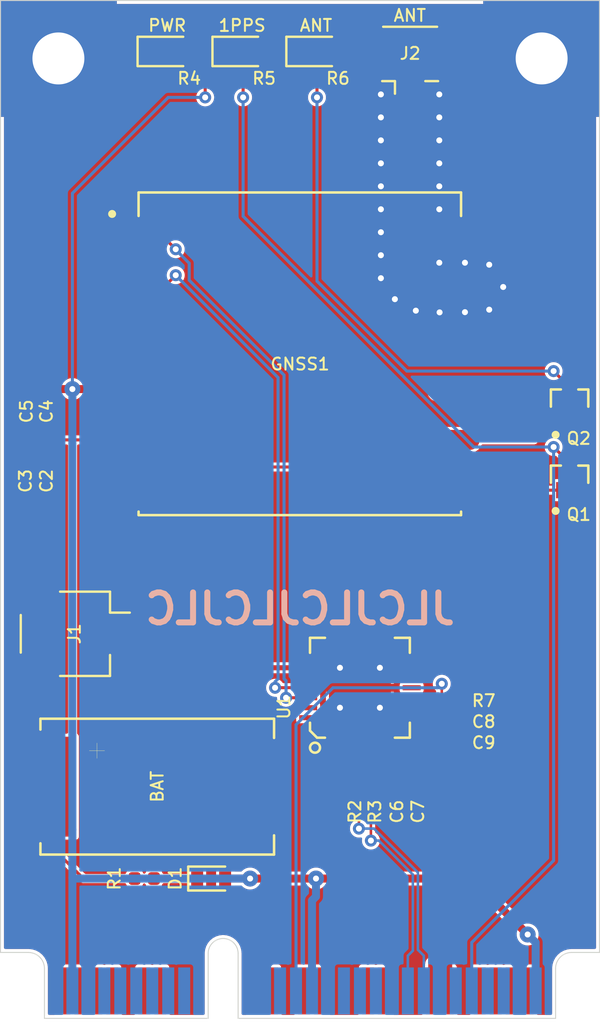
<source format=kicad_pcb>
(kicad_pcb (version 20171130) (host pcbnew "(5.1.10)-1")
  (title_block (rev 1))
  (layers (0 Front signal) (31 Back signal) (34 B.Paste user) (35 F.Paste user hide) (36 B.SilkS user) (37 F.SilkS user) (38 B.Mask user) (39 F.Mask user) (44 Edge.Cuts user))
  (net 0 "")
  (net 1 GND)
  (net 2 +3.3V)
  (net 3 "Net-(D1-Pad1)")
  (net 4 /GPS_TX)
  (net 5 /GPS_RX)
  (net 6 /1PPS)
  (net 7 /EX_ANT)
  (net 8 /AADET_N)
  (net 9 "Net-(LED1-Pad1)")
  (net 10 "Net-(LED2-Pad1)")
  (net 11 "Net-(LED3-Pad1)")
  (net 12 /USB_D-)
  (net 13 /USB_D+)
  (net 14 "Net-(Q2-Pad3)")
  (net 15 /VBAT)
  (net 16 /~RESET)
  (net 17 /~LED_WLAN)
  (net 18 /U232_D+)
  (net 19 /U232_D-)
  (module "1 My Footprints:mini-PCIe_F1_Full_v600" (layer Front) (at 133.35 130)
    (fp_text reference PC1 hide)
    (fp_text value miniPCIe)
    (fp_line (start -0.75 0) (end -0.75 -3.25) (layer Edge.Cuts) (width 0.05))
    (fp_line (start 0.75 0) (end 16.65 0) (layer Edge.Cuts) (width 0.05))
    (fp_line (start -11.15 -3.3) (end -11.15 -50.95) (layer Edge.Cuts) (width 0.05))
    (fp_line (start 18.85 -3.3) (end 18.85 -50.95) (layer Edge.Cuts) (width 0.05))
    (fp_line (start -11.15 -50.95) (end 18.85 -50.95) (layer Edge.Cuts) (width 0.05))
    (fp_line (start -0.75 0) (end -8.95 0) (layer Edge.Cuts) (width 0.05))
    (fp_line (start 17.45 -3.3) (end 18.85 -3.3) (layer Edge.Cuts) (width 0.05))
    (fp_line (start 16.65 0) (end 16.65 -2.5) (layer Edge.Cuts) (width 0.05))
    (fp_line (start -11.15 -3.3) (end -9.75 -3.3) (layer Edge.Cuts) (width 0.05))
    (fp_line (start -8.95 0) (end -8.95 -2.5) (layer Edge.Cuts) (width 0.05))
    (fp_line (start 0.75 0) (end 0.75 -3.25) (layer Edge.Cuts) (width 0.05))
    (fp_arc (start 0 -3.25) (end 0.75 -3.25) (angle -180) (layer Edge.Cuts) (width 0.05))
    (fp_arc (start -9.75 -2.5) (end -8.95 -2.5) (angle -90) (layer Edge.Cuts) (width 0.05))
    (fp_arc (start 17.45 -2.5) (end 16.65 -2.5) (angle 90) (layer Edge.Cuts) (width 0.05))
    (pad 15 smd rect (at -2.35 -1.375) (size 0.6 2.35) (layers Front F.Mask) (net 1 GND))
    (pad 19 smd rect (at 2.45 -1.375) (size 0.6 2.35) (layers Front F.Mask))
    (pad 21 smd rect (at 3.25 -1.375) (size 0.6 2.35) (layers Front F.Mask) (net 1 GND))
    (pad 23 smd rect (at 4.05 -1.375) (size 0.6 2.35) (layers Front F.Mask))
    (pad 25 smd rect (at 4.85 -1.375) (size 0.6 2.35) (layers Front F.Mask))
    (pad 27 smd rect (at 5.65 -1.375) (size 0.6 2.35) (layers Front F.Mask) (net 1 GND))
    (pad 29 smd rect (at 6.45 -1.375) (size 0.6 2.35) (layers Front F.Mask) (net 1 GND))
    (pad 31 smd rect (at 7.25 -1.375) (size 0.6 2.35) (layers Front F.Mask))
    (pad 33 smd rect (at 8.05 -1.375) (size 0.6 2.35) (layers Front F.Mask))
    (pad 35 smd rect (at 8.85 -1.375) (size 0.6 2.35) (layers Front F.Mask) (net 1 GND))
    (pad 37 smd rect (at 9.65 -1.375) (size 0.6 2.35) (layers Front F.Mask) (net 1 GND))
    (pad 39 smd rect (at 10.45 -1.375) (size 0.6 2.35) (layers Front F.Mask) (net 2 +3.3V))
    (pad 41 smd rect (at 11.25 -1.375) (size 0.6 2.35) (layers Front F.Mask) (net 2 +3.3V))
    (pad 43 smd rect (at 12.05 -1.375) (size 0.6 2.35) (layers Front F.Mask) (net 1 GND))
    (pad 45 smd rect (at 12.85 -1.375) (size 0.6 2.35) (layers Front F.Mask))
    (pad 47 smd rect (at 13.65 -1.375) (size 0.6 2.35) (layers Front F.Mask))
    (pad 49 smd rect (at 14.45 -1.375) (size 0.6 2.35) (layers Front F.Mask))
    (pad 51 smd rect (at 15.25 -1.375) (size 0.6 2.35) (layers Front F.Mask))
    (pad 13 smd rect (at -3.15 -1.375) (size 0.6 2.35) (layers Front F.Mask))
    (pad 11 smd rect (at -3.95 -1.375) (size 0.6 2.35) (layers Front F.Mask))
    (pad 9 smd rect (at -4.75 -1.375) (size 0.6 2.35) (layers Front F.Mask) (net 1 GND))
    (pad 7 smd rect (at -5.55 -1.375) (size 0.6 2.35) (layers Front F.Mask))
    (pad 5 smd rect (at -6.35 -1.375) (size 0.6 2.35) (layers Front F.Mask))
    (pad 3 smd rect (at -7.15 -1.375) (size 0.6 2.35) (layers Front F.Mask))
    (pad 1 smd rect (at -7.95 -1.375) (size 0.6 2.35) (layers Front F.Mask))
    (pad 17 smd rect (at 1.65 -1.375) (size 0.6 2.35) (layers Front F.Mask))
    (pad 18 smd rect (at 2.05 -1.375) (size 0.6 2.35) (layers Back B.Mask) (net 1 GND))
    (pad 20 smd rect (at 2.85 -1.375) (size 0.6 2.35) (layers Back B.Mask))
    (pad 22 smd rect (at 3.65 -1.375) (size 0.6 2.35) (layers Back B.Mask) (net 16 /~RESET))
    (pad 24 smd rect (at 4.45 -1.375) (size 0.6 2.35) (layers Back B.Mask) (net 2 +3.3V))
    (pad 26 smd rect (at 5.25 -1.375) (size 0.6 2.35) (layers Back B.Mask) (net 1 GND))
    (pad 28 smd rect (at 6.05 -1.375) (size 0.6 2.35) (layers Back B.Mask))
    (pad 30 smd rect (at 6.85 -1.375) (size 0.6 2.35) (layers Back B.Mask))
    (pad 32 smd rect (at 7.65 -1.375) (size 0.6 2.35) (layers Back B.Mask))
    (pad 34 smd rect (at 8.45 -1.375) (size 0.6 2.35) (layers Back B.Mask) (net 1 GND))
    (pad 36 smd rect (at 9.25 -1.375) (size 0.6 2.35) (layers Back B.Mask) (net 12 /USB_D-))
    (pad 38 smd rect (at 10.05 -1.375) (size 0.6 2.35) (layers Back B.Mask) (net 13 /USB_D+))
    (pad 40 smd rect (at 10.85 -1.375) (size 0.6 2.35) (layers Back B.Mask) (net 1 GND))
    (pad 42 smd rect (at 11.65 -1.375) (size 0.6 2.35) (layers Back B.Mask))
    (pad 44 smd rect (at 12.45 -1.375) (size 0.6 2.35) (layers Back B.Mask) (net 17 /~LED_WLAN))
    (pad 46 smd rect (at 13.25 -1.375) (size 0.6 2.35) (layers Back B.Mask))
    (pad 48 smd rect (at 14.05 -1.375) (size 0.6 2.35) (layers Back B.Mask))
    (pad 50 smd rect (at 14.85 -1.375) (size 0.6 2.35) (layers Back B.Mask) (net 1 GND))
    (pad 52 smd rect (at 15.65 -1.375) (size 0.6 2.35) (layers Back B.Mask) (net 2 +3.3V))
    (pad 16 smd rect (at -1.95 -1.375) (size 0.6 2.35) (layers Back B.Mask))
    (pad 14 smd rect (at -2.75 -1.375) (size 0.6 2.35) (layers Back B.Mask))
    (pad 12 smd rect (at -3.55 -1.375) (size 0.6 2.35) (layers Back B.Mask))
    (pad 10 smd rect (at -4.35 -1.375) (size 0.6 2.35) (layers Back B.Mask))
    (pad 8 smd rect (at -5.15 -1.375) (size 0.6 2.35) (layers Back B.Mask))
    (pad 6 smd rect (at -5.95 -1.375) (size 0.6 2.35) (layers Back B.Mask))
    (pad 4 smd rect (at -6.75 -1.375) (size 0.6 2.35) (layers Back B.Mask) (net 1 GND))
    (pad 2 smd rect (at -7.55 -1.375) (size 0.6 2.35) (layers Back B.Mask) (net 2 +3.3V))
    (pad 54 thru_hole custom (at -8.25 -48.05) (size 2.6 2.6) (drill 2.6) (layers *.Cu *.Mask) (net 1 GND) (options (clearance outline) (anchor circle)) (primitives (gr_poly (pts (xy 2.9 2.9) (xy -2.9 2.9) (xy -2.9 -2.9) (xy 2.9 -2.9)) (width 0.05)) (gr_poly (pts (xy 2.9 2.9) (xy -2.9 2.9) (xy -2.9 -2.9) (xy 2.9 -2.9)) (width 0.05)) (gr_poly (pts (xy 2.9 2.9) (xy -2.9 2.9) (xy -2.9 -2.9) (xy 2.9 -2.9)) (width 0.05)) (gr_poly (pts (xy 2.9 2.9) (xy -2.9 2.9) (xy -2.9 -2.9) (xy 2.9 -2.9)) (width 0.05))))
    (pad 55 thru_hole custom (at 15.95 -48.05) (size 2.6 2.6) (drill 2.6) (layers *.Cu *.Mask) (net 1 GND) (options (clearance outline) (anchor circle)) (primitives (gr_poly (pts (xy 2.9 2.9) (xy -2.9 2.9) (xy -2.9 -2.9) (xy 2.9 -2.9)) (width 0.05)) (gr_poly (pts (xy 2.9 2.9) (xy -2.9 2.9) (xy -2.9 -2.9) (xy 2.9 -2.9)) (width 0.05)) (gr_poly (pts (xy 2.9 2.9) (xy -2.9 2.9) (xy -2.9 -2.9) (xy 2.9 -2.9)) (width 0.05)) (gr_poly (pts (xy 2.9 2.9) (xy -2.9 2.9) (xy -2.9 -2.9) (xy 2.9 -2.9)) (width 0.05))))
  )
  (module Resistor_SMD:R_0402_1005Metric (layer Front) (at 140.95 118.1 270)
    (fp_text reference R3 (at 1.55 0 90) (layer F.SilkS) (effects (font (size 0.6 0.6) (thickness 0.1))))
    (fp_text value 33R)
    (pad 2 smd roundrect (at 0.485 0 270) (size 0.59 0.64) (layers Front F.Paste F.Mask) (net 12 /USB_D-))
    (pad 1 smd roundrect (at -0.485 0 270) (size 0.59 0.64) (layers Front F.Paste F.Mask) (net 19 /U232_D-))
  )
  (module Resistor_SMD:R_0402_1005Metric (layer Front) (at 139.95 118.1 90)
    (fp_text reference R2 (at -1.55 0 270) (layer F.SilkS) (effects (font (size 0.6 0.6) (thickness 0.1))))
    (fp_text value 33R)
    (pad 2 smd roundrect (at 0.485 0 90) (size 0.59 0.64) (layers Front F.Paste F.Mask) (net 18 /U232_D+))
    (pad 1 smd roundrect (at -0.485 0 90) (size 0.59 0.64) (layers Front F.Paste F.Mask) (net 13 /USB_D+))
  )
  (module "1 My Footprints:LED_0603_1608Metric_SnapModel" (layer Front) (at 138 81.6)
    (fp_text reference LED3)
    (fp_text value ANT (at 0 -1.3) (layer F.SilkS) (effects (font (size 0.6 0.6) (thickness 0.1))))
    (fp_line (start -1.485 0.735) (end 0.8 0.735) (layer F.SilkS) (width 0.12))
    (fp_line (start -1.485 -0.735) (end -1.485 0.735) (layer F.SilkS) (width 0.12))
    (fp_line (start 0.8 -0.735) (end -1.485 -0.735) (layer F.SilkS) (width 0.12))
    (pad 1 smd roundrect (at -0.7875 0) (size 0.875 0.95) (layers Front F.Paste F.Mask) (net 11 "Net-(LED3-Pad1)"))
    (pad 2 smd roundrect (at 0.7875 0) (size 0.875 0.95) (layers Front F.Paste F.Mask) (net 2 +3.3V))
  )
  (module "1 My Footprints:LED_0603_1608Metric_SnapModel" (layer Front) (at 134.3 81.6)
    (fp_text reference LED2)
    (fp_text value 1PPS (at 0 -1.3) (layer F.SilkS) (effects (font (size 0.6 0.6) (thickness 0.1))))
    (fp_line (start -1.485 0.735) (end 0.8 0.735) (layer F.SilkS) (width 0.12))
    (fp_line (start -1.485 -0.735) (end -1.485 0.735) (layer F.SilkS) (width 0.12))
    (fp_line (start 0.8 -0.735) (end -1.485 -0.735) (layer F.SilkS) (width 0.12))
    (pad 1 smd roundrect (at -0.7875 0) (size 0.875 0.95) (layers Front F.Paste F.Mask) (net 10 "Net-(LED2-Pad1)"))
    (pad 2 smd roundrect (at 0.7875 0) (size 0.875 0.95) (layers Front F.Paste F.Mask) (net 2 +3.3V))
  )
  (module "1 My Footprints:LED_0603_1608Metric_SnapModel" (layer Front) (at 130.55 81.6)
    (fp_text reference LED1)
    (fp_text value PWR (at 0 -1.3) (layer F.SilkS) (effects (font (size 0.6 0.6) (thickness 0.1))))
    (fp_line (start -1.485 0.735) (end 0.8 0.735) (layer F.SilkS) (width 0.12))
    (fp_line (start -1.485 -0.735) (end -1.485 0.735) (layer F.SilkS) (width 0.12))
    (fp_line (start 0.8 -0.735) (end -1.485 -0.735) (layer F.SilkS) (width 0.12))
    (pad 1 smd roundrect (at -0.7875 0) (size 0.875 0.95) (layers Front F.Paste F.Mask) (net 9 "Net-(LED1-Pad1)"))
    (pad 2 smd roundrect (at 0.7875 0) (size 0.875 0.95) (layers Front F.Paste F.Mask) (net 2 +3.3V))
  )
  (module "1 My Footprints:QFN28G_0.5-5X5MM" (layer Front) (at 140.2 113.45 90)
    (fp_text reference U1 (at -0.976228 -3.805681 90) (layer F.SilkS) (effects (font (size 0.6 0.6) (thickness 0.1))))
    (fp_text value CP2102N-A01-GQFN28)
    (fp_line (start -1.75 -2.5) (end -2.14645 -2.5) (layer F.SilkS) (width 0.127))
    (fp_line (start -2.14645 -2.5) (end -2.5 -2.14645) (layer F.SilkS) (width 0.127))
    (fp_line (start -2.5 -2.14645) (end -2.5 -1.75) (layer F.SilkS) (width 0.127))
    (fp_line (start 1.75 -2.5) (end 2.5 -2.5) (layer F.SilkS) (width 0.127))
    (fp_line (start 2.5 -2.5) (end 2.5 -1.75) (layer F.SilkS) (width 0.127))
    (fp_line (start -2.5 1.75) (end -2.5 2.5) (layer F.SilkS) (width 0.127))
    (fp_line (start -2.5 2.5) (end -1.75 2.5) (layer F.SilkS) (width 0.127))
    (fp_line (start 1.75 2.5) (end 2.5 2.5) (layer F.SilkS) (width 0.127))
    (fp_line (start 2.5 2.5) (end 2.5 1.75) (layer F.SilkS) (width 0.127))
    (fp_circle (center -3 -2.25) (end -2.75 -2.25) (layer F.SilkS) (width 0.127))
    (pad 29 smd rect (at 0 0 90) (size 3.1 3.1) (layers Front F.Mask) (net 1 GND))
    (pad 28 smd rect (at -1.5 -2.59 90) (size 0.254 0.9) (layers Front F.Paste F.Mask))
    (pad 27 smd rect (at -1 -2.59 90) (size 0.254 0.9) (layers Front F.Paste F.Mask))
    (pad 26 smd rect (at -0.5 -2.59 90) (size 0.254 0.9) (layers Front F.Paste F.Mask) (net 5 /GPS_RX))
    (pad 25 smd rect (at 0 -2.59 90) (size 0.254 0.9) (layers Front F.Paste F.Mask) (net 4 /GPS_TX))
    (pad 24 smd rect (at 0.5 -2.59 90) (size 0.254 0.9) (layers Front F.Paste F.Mask))
    (pad 23 smd rect (at 1 -2.59 90) (size 0.254 0.9) (layers Front F.Paste F.Mask) (net 6 /1PPS))
    (pad 22 smd rect (at 1.5 -2.59 90) (size 0.254 0.9) (layers Front F.Paste F.Mask))
    (pad 21 smd rect (at 2.59 -1.5 90) (size 0.9 0.254) (layers Front F.Paste F.Mask))
    (pad 20 smd rect (at 2.59 -1 90) (size 0.9 0.254) (layers Front F.Paste F.Mask))
    (pad 19 smd rect (at 2.59 -0.5 90) (size 0.9 0.254) (layers Front F.Paste F.Mask))
    (pad 18 smd rect (at 2.59 0 90) (size 0.9 0.254) (layers Front F.Paste F.Mask))
    (pad 17 smd rect (at 2.59 0.5 90) (size 0.9 0.254) (layers Front F.Paste F.Mask))
    (pad 16 smd rect (at 2.59 1 90) (size 0.9 0.254) (layers Front F.Paste F.Mask))
    (pad 15 smd rect (at 2.59 1.5 90) (size 0.9 0.254) (layers Front F.Paste F.Mask))
    (pad 14 smd rect (at 1.5 2.59 90) (size 0.254 0.9) (layers Front F.Paste F.Mask))
    (pad 13 smd rect (at 1 2.59 90) (size 0.254 0.9) (layers Front F.Paste F.Mask))
    (pad 12 smd rect (at 0.5 2.59 90) (size 0.254 0.9) (layers Front F.Paste F.Mask))
    (pad 11 smd rect (at 0 2.59 90) (size 0.254 0.9) (layers Front F.Paste F.Mask))
    (pad 10 smd rect (at -0.5 2.59 90) (size 0.254 0.9) (layers Front F.Paste F.Mask))
    (pad 9 smd rect (at -1 2.59 90) (size 0.254 0.9) (layers Front F.Paste F.Mask) (net 16 /~RESET))
    (pad 8 smd rect (at -1.5 2.59 90) (size 0.254 0.9) (layers Front F.Paste F.Mask) (net 2 +3.3V))
    (pad 7 smd rect (at -2.59 1.5 90) (size 0.9 0.254) (layers Front F.Paste F.Mask) (net 2 +3.3V))
    (pad 6 smd rect (at -2.59 1 90) (size 0.9 0.254) (layers Front F.Paste F.Mask) (net 2 +3.3V))
    (pad 5 smd rect (at -2.59 0.5 90) (size 0.9 0.254) (layers Front F.Paste F.Mask) (net 19 /U232_D-))
    (pad 4 smd rect (at -2.59 0 90) (size 0.9 0.254) (layers Front F.Paste F.Mask) (net 18 /U232_D+))
    (pad 3 smd rect (at -2.59 -0.5 90) (size 0.9 0.254) (layers Front F.Paste F.Mask) (net 1 GND))
    (pad 2 smd rect (at -2.59 -1 90) (size 0.9 0.254) (layers Front F.Paste F.Mask))
    (pad 1 smd rect (at -2.59 -1.5 90) (size 0.9 0.254) (layers Front F.Paste F.Mask))
  )
  (module Capacitor_SMD:C_0402_1005Metric (layer Front) (at 124.5 101.535 270)
    (fp_text reference C2 (at 1.565 0 90) (layer F.SilkS) (effects (font (size 0.6 0.6) (thickness 0.1))))
    (fp_text value 4.7uF)
    (pad 2 smd roundrect (at 0.485 0 270) (size 0.59 0.64) (layers Front F.Paste F.Mask) (net 1 GND))
    (pad 1 smd roundrect (at -0.485 0 270) (size 0.59 0.64) (layers Front F.Paste F.Mask) (net 15 /VBAT))
  )
  (module Resistor_SMD:R_0402_1005Metric (layer Front) (at 144.8 114.1 180)
    (fp_text reference R7 (at -1.6 0) (layer F.SilkS) (effects (font (size 0.6 0.6) (thickness 0.1))))
    (fp_text value 4.7K)
    (pad 2 smd roundrect (at 0.485 0 180) (size 0.59 0.64) (layers Front F.Paste F.Mask) (net 16 /~RESET))
    (pad 1 smd roundrect (at -0.485 0 180) (size 0.59 0.64) (layers Front F.Paste F.Mask) (net 2 +3.3V))
  )
  (module Resistor_SMD:R_0402_1005Metric (layer Front) (at 137.55 82.95)
    (fp_text reference R6 (at 1.55 0) (layer F.SilkS) (effects (font (size 0.6 0.6) (thickness 0.1))))
    (fp_text value 220R)
    (pad 2 smd roundrect (at 0.485 0) (size 0.59 0.64) (layers Front F.Paste F.Mask) (net 14 "Net-(Q2-Pad3)"))
    (pad 1 smd roundrect (at -0.485 0) (size 0.59 0.64) (layers Front F.Paste F.Mask) (net 11 "Net-(LED3-Pad1)"))
  )
  (module Resistor_SMD:R_0402_1005Metric (layer Front) (at 133.85 82.95)
    (fp_text reference R5 (at 1.55 0) (layer F.SilkS) (effects (font (size 0.6 0.6) (thickness 0.1))))
    (fp_text value 220R)
    (pad 2 smd roundrect (at 0.485 0) (size 0.59 0.64) (layers Front F.Paste F.Mask) (net 17 /~LED_WLAN))
    (pad 1 smd roundrect (at -0.485 0) (size 0.59 0.64) (layers Front F.Paste F.Mask) (net 10 "Net-(LED2-Pad1)"))
  )
  (module Resistor_SMD:R_0402_1005Metric (layer Front) (at 130.115 82.95)
    (fp_text reference R4 (at 1.535 0 180) (layer F.SilkS) (effects (font (size 0.6 0.6) (thickness 0.1))))
    (fp_text value 51R)
    (pad 2 smd roundrect (at 0.485 0) (size 0.59 0.64) (layers Front F.Paste F.Mask) (net 1 GND))
    (pad 1 smd roundrect (at -0.485 0) (size 0.59 0.64) (layers Front F.Paste F.Mask) (net 9 "Net-(LED1-Pad1)"))
  )
  (module Resistor_SMD:R_0402_1005Metric (layer Front) (at 129.4 123 180)
    (fp_text reference R1 (at 1.5 0 270) (layer F.SilkS) (effects (font (size 0.6 0.6) (thickness 0.1))))
    (fp_text value 1K)
    (pad 2 smd roundrect (at 0.485 0 180) (size 0.59 0.64) (layers Front F.Paste F.Mask) (net 15 /VBAT))
    (pad 1 smd roundrect (at -0.485 0 180) (size 0.59 0.64) (layers Front F.Paste F.Mask) (net 3 "Net-(D1-Pad1)"))
  )
  (module Capacitor_SMD:C_0402_1005Metric (layer Front) (at 144.8 116.2)
    (fp_text reference C9 (at 1.6 0) (layer F.SilkS) (effects (font (size 0.6 0.6) (thickness 0.1))))
    (fp_text value 1uF)
    (pad 2 smd roundrect (at 0.485 0) (size 0.59 0.64) (layers Front F.Paste F.Mask) (net 1 GND))
    (pad 1 smd roundrect (at -0.485 0) (size 0.59 0.64) (layers Front F.Paste F.Mask) (net 2 +3.3V))
  )
  (module Capacitor_SMD:C_0402_1005Metric (layer Front) (at 144.8 115.15 180)
    (fp_text reference C8 (at -1.6 0) (layer F.SilkS) (effects (font (size 0.6 0.6) (thickness 0.1))))
    (fp_text value 100nF)
    (pad 2 smd roundrect (at 0.485 0 180) (size 0.59 0.64) (layers Front F.Paste F.Mask) (net 2 +3.3V))
    (pad 1 smd roundrect (at -0.485 0 180) (size 0.59 0.64) (layers Front F.Paste F.Mask) (net 1 GND))
  )
  (module Capacitor_SMD:C_0402_1005Metric (layer Front) (at 143.1 118.1 270)
    (fp_text reference C7 (at 1.55 0 90) (layer F.SilkS) (effects (font (size 0.6 0.6) (thickness 0.1))))
    (fp_text value 4.7uF)
    (pad 2 smd roundrect (at 0.485 0 270) (size 0.59 0.64) (layers Front F.Paste F.Mask) (net 1 GND))
    (pad 1 smd roundrect (at -0.485 0 270) (size 0.59 0.64) (layers Front F.Paste F.Mask) (net 2 +3.3V))
  )
  (module Capacitor_SMD:C_0402_1005Metric (layer Front) (at 142.05 118.1 90)
    (fp_text reference C6 (at -1.55 0 90) (layer F.SilkS) (effects (font (size 0.6 0.6) (thickness 0.1))))
    (fp_text value 100nF)
    (pad 2 smd roundrect (at 0.485 0 90) (size 0.59 0.64) (layers Front F.Paste F.Mask) (net 2 +3.3V))
    (pad 1 smd roundrect (at -0.485 0 90) (size 0.59 0.64) (layers Front F.Paste F.Mask) (net 1 GND))
  )
  (module Capacitor_SMD:C_0402_1005Metric (layer Front) (at 123.5 98.015 270)
    (fp_text reference C5 (at 1.6 0 90) (layer F.SilkS) (effects (font (size 0.6 0.6) (thickness 0.1))))
    (fp_text value 10uF)
    (pad 2 smd roundrect (at 0.485 0 270) (size 0.59 0.64) (layers Front F.Paste F.Mask) (net 2 +3.3V))
    (pad 1 smd roundrect (at -0.485 0 270) (size 0.59 0.64) (layers Front F.Paste F.Mask) (net 1 GND))
  )
  (module Capacitor_SMD:C_0402_1005Metric (layer Front) (at 124.5 98.015 90)
    (fp_text reference C4 (at -1.6 0 90) (layer F.SilkS) (effects (font (size 0.6 0.6) (thickness 0.1))))
    (fp_text value 100nF)
    (pad 2 smd roundrect (at 0.485 0 90) (size 0.59 0.64) (layers Front F.Paste F.Mask) (net 1 GND))
    (pad 1 smd roundrect (at -0.485 0 90) (size 0.59 0.64) (layers Front F.Paste F.Mask) (net 2 +3.3V))
  )
  (module Capacitor_SMD:C_0402_1005Metric (layer Front) (at 123.45 101.535 270)
    (fp_text reference C3 (at 1.565 0 90) (layer F.SilkS) (effects (font (size 0.6 0.6) (thickness 0.1))))
    (fp_text value 100nF)
    (pad 2 smd roundrect (at 0.485 0 270) (size 0.59 0.64) (layers Front F.Paste F.Mask) (net 1 GND))
    (pad 1 smd roundrect (at -0.485 0 270) (size 0.59 0.64) (layers Front F.Paste F.Mask) (net 15 /VBAT))
  )
  (module "1 My Footprints:CAP_DSK-3R3H224U-HL" (layer Front) (at 130.05 118.4 90)
    (fp_text reference C1)
    (fp_text value DSK-3R3H224U-HL hide)
    (fp_line (start -2.837 -5.85) (end -3.4 -5.85) (layer F.SilkS) (width 0.127))
    (fp_line (start -3.4 -5.85) (end -3.4 5.85) (layer F.SilkS) (width 0.127))
    (fp_line (start -3.4 5.85) (end -2.438 5.85) (layer F.SilkS) (width 0.127))
    (fp_line (start 2.438 5.85) (end 3.4 5.85) (layer F.SilkS) (width 0.127))
    (fp_line (start 3.4 5.85) (end 3.4 -5.85) (layer F.SilkS) (width 0.127))
    (fp_line (start 3.4 -5.85) (end 2.857 -5.85) (layer F.SilkS) (width 0.127))
    (fp_text user BAT (at 0 0 270) (layer F.SilkS) (effects (font (size 0.6 0.6) (thickness 0.1))))
    (fp_text user + (at 1.8 -3.1 90) (layer F.SilkS) (effects (font (size 1.004496 1.004496) (thickness 0.015))))
    (pad 2 smd rect (at 0 5.075 90) (size 4 1.7) (layers Front F.Paste F.Mask) (net 1 GND))
    (pad 1 smd rect (at 0 -5.075 90) (size 5 2) (layers Front F.Paste F.Mask) (net 15 /VBAT))
  )
  (module "1 My Footprints:XCVR_LC86L" (layer Front) (at 137.19 97.234)
    (fp_text reference GNSS1 (at 0.01 0.016) (layer F.SilkS) (effects (font (size 0.6 0.6) (thickness 0.1))))
    (fp_text value LC86L)
    (fp_line (start -8.075 -8.575) (end 8.075 -8.575) (layer F.SilkS) (width 0.127))
    (fp_line (start 8.075 7.575) (end -8.075 7.575) (layer F.SilkS) (width 0.127))
    (fp_line (start -8.075 -8.575) (end -8.075 -7.4) (layer F.SilkS) (width 0.127))
    (fp_line (start 8.075 -8.575) (end 8.075 -7.4) (layer F.SilkS) (width 0.127))
    (fp_line (start 8.075 7.575) (end 8.075 7.4) (layer F.SilkS) (width 0.127))
    (fp_line (start -8.075 7.575) (end -8.075 7.4) (layer F.SilkS) (width 0.127))
    (fp_circle (center -9.4 -7.5) (end -9.3 -7.5) (layer F.SilkS) (width 0.2))
    (pad 7 smd oval (at 7.75 6.35) (size 2.5 1) (layers Front F.Mask))
    (pad 8 smd oval (at 7.75 3.81) (size 2.5 1) (layers Front F.Mask) (net 8 /AADET_N))
    (pad 9 smd oval (at 7.75 1.27) (size 2.5 1) (layers Front F.Mask))
    (pad 12 smd oval (at 7.75 -6.35) (size 2.5 1) (layers Front F.Mask) (net 1 GND))
    (pad 11 smd oval (at 7.75 -3.81) (size 2.5 1) (layers Front F.Mask) (net 7 /EX_ANT))
    (pad 6 smd oval (at -7.75 6.35) (size 2.5 1) (layers Front F.Mask) (net 6 /1PPS))
    (pad 5 smd oval (at -7.75 3.81) (size 2.5 1) (layers Front F.Mask) (net 15 /VBAT))
    (pad 1 smd oval (at -7.75 -6.35) (size 2.5 1) (layers Front F.Mask) (net 5 /GPS_RX))
    (pad 2 smd oval (at -7.75 -3.81) (size 2.5 1) (layers Front F.Mask) (net 4 /GPS_TX))
    (pad 4 smd oval (at -7.75 1.27) (size 2.5 1) (layers Front F.Mask) (net 2 +3.3V))
    (pad 10 smd oval (at 7.75 -1.27) (size 2.5 1) (layers Front F.Mask))
    (pad 3 smd oval (at -7.75 -1.27) (size 2.5 1) (layers Front F.Mask) (net 1 GND))
  )
  (module "1 My Footprints:Q_EMT3F" (layer Front) (at 150.7 99.09 90)
    (fp_text reference Q2 (at -1.8796 0.4572) (layer F.SilkS) (effects (font (size 0.6 0.6) (thickness 0.1))))
    (fp_text value DTA043T)
    (fp_line (start 0.571441 -0.436274) (end 0.571441 -0.936274) (layer F.SilkS) (width 0.127))
    (fp_line (start 0.571441 -0.936274) (end -0.288559 -0.936274) (layer F.SilkS) (width 0.127))
    (fp_line (start 0.569754 0.436931) (end 0.569754 0.936931) (layer F.SilkS) (width 0.127))
    (fp_line (start 0.569754 0.936931) (end -0.290246 0.936931) (layer F.SilkS) (width 0.127))
    (fp_circle (center -1.7 -0.7) (end -1.6 -0.7) (layer F.SilkS) (width 0.2))
    (pad 3 smd rect (at 0.66 0 90) (size 0.81 0.35) (layers Front F.Paste F.Mask) (net 14 "Net-(Q2-Pad3)"))
    (pad 2 smd rect (at -0.66 0.5 90) (size 0.81 0.35) (layers Front F.Paste F.Mask) (net 1 GND))
    (pad 1 smd rect (at -0.66 -0.5 90) (size 0.81 0.35) (layers Front F.Paste F.Mask) (net 8 /AADET_N))
  )
  (module "1 My Footprints:Q_EMT3F" (layer Front) (at 150.7 102.9 90)
    (fp_text reference Q1 (at -1.8796 0.4572) (layer F.SilkS) (effects (font (size 0.6 0.6) (thickness 0.1))))
    (fp_text value DTC143Z)
    (fp_line (start 0.571441 -0.436274) (end 0.571441 -0.936274) (layer F.SilkS) (width 0.127))
    (fp_line (start 0.571441 -0.936274) (end -0.288559 -0.936274) (layer F.SilkS) (width 0.127))
    (fp_line (start 0.569754 0.436931) (end 0.569754 0.936931) (layer F.SilkS) (width 0.127))
    (fp_line (start 0.569754 0.936931) (end -0.290246 0.936931) (layer F.SilkS) (width 0.127))
    (fp_circle (center -1.7 -0.7) (end -1.6 -0.7) (layer F.SilkS) (width 0.2))
    (pad 3 smd rect (at 0.66 0 90) (size 0.81 0.35) (layers Front F.Paste F.Mask) (net 17 /~LED_WLAN))
    (pad 2 smd rect (at -0.66 0.5 90) (size 0.81 0.35) (layers Front F.Paste F.Mask) (net 1 GND))
    (pad 1 smd rect (at -0.66 -0.5 90) (size 0.81 0.35) (layers Front F.Paste F.Mask) (net 6 /1PPS))
  )
  (module "1 My Footprints:JST_SH_SM02B-SRSS-TB_1x02-1MP_P1.00mm_Horizontal_3D" (layer Front) (at 125.9 110.75 270)
    (fp_text reference J1 (at 0 0 270) (layer F.SilkS) (effects (font (size 0.6 0.6) (thickness 0.1))))
    (fp_text value 1PPS)
    (fp_line (start -0.94 2.685) (end 0.94 2.685) (layer F.SilkS) (width 0.12))
    (fp_line (start 2.11 -1.785) (end 1.06 -1.785) (layer F.SilkS) (width 0.12))
    (fp_line (start 2.11 0.715) (end 2.11 -1.785) (layer F.SilkS) (width 0.12))
    (fp_line (start -1.06 -1.785) (end -1.06 -2.775) (layer F.SilkS) (width 0.12))
    (fp_line (start -2.11 -1.785) (end -1.06 -1.785) (layer F.SilkS) (width 0.12))
    (fp_line (start -2.11 0.715) (end -2.11 -1.785) (layer F.SilkS) (width 0.12))
    (pad MP smd roundrect (at 1.8 1.875 270) (size 1.2 1.8) (layers Front F.Paste F.Mask) (roundrect_rratio 0.208333))
    (pad MP smd roundrect (at -1.8 1.875 270) (size 1.2 1.8) (layers Front F.Paste F.Mask) (roundrect_rratio 0.208333))
    (pad 2 smd roundrect (at 0.5 -2 270) (size 0.6 1.55) (layers Front F.Paste F.Mask) (net 1 GND))
    (pad 1 smd roundrect (at -0.5 -2 270) (size 0.6 1.55) (layers Front F.Paste F.Mask) (net 6 /1PPS))
  )
  (module Connector_Coaxial:U.FL_Hirose_U.FL-R-SMT-1_Vertical (layer Front) (at 142.715 82.2 90)
    (fp_text reference J2 (at 0.5 0) (layer F.SilkS) (effects (font (size 0.6 0.6) (thickness 0.1))))
    (fp_text value ANT (at 2.4 -0.015 180) (layer F.SilkS) (effects (font (size 0.6 0.6) (thickness 0.1))))
    (fp_line (start -0.885 -1.4) (end -0.885 -0.76) (layer F.SilkS) (width 0.12))
    (fp_line (start -0.885 1.4) (end -0.885 0.76) (layer F.SilkS) (width 0.12))
    (fp_line (start -0.885 -0.76) (end -1.515 -0.76) (layer F.SilkS) (width 0.12))
    (fp_line (start 1.835 -1.35) (end 1.835 1.35) (layer F.SilkS) (width 0.12))
    (pad 2 smd rect (at 0.475 -1.475 90) (size 2.2 1.05) (layers Front F.Paste F.Mask) (net 1 GND))
    (pad 1 smd rect (at -1.05 0 90) (size 1.05 1) (layers Front F.Paste F.Mask) (net 7 /EX_ANT))
    (pad 2 smd rect (at 0.475 1.475 90) (size 2.2 1.05) (layers Front F.Paste F.Mask) (net 1 GND))
  )
  (module Diode_SMD:D_SOD-523 (layer Front) (at 132.75 123)
    (fp_text reference D1 (at -1.8 0 270) (layer F.SilkS) (effects (font (size 0.6 0.6) (thickness 0.1))))
    (fp_text value RB520S30T1G)
    (fp_line (start 0.7 0.6) (end -1.15 0.6) (layer F.SilkS) (width 0.12))
    (fp_line (start 0.7 -0.6) (end -1.15 -0.6) (layer F.SilkS) (width 0.12))
    (fp_line (start -1.15 -0.6) (end -1.15 0.6) (layer F.SilkS) (width 0.12))
    (pad 1 smd rect (at -0.7 0 180) (size 0.6 0.7) (layers Front F.Paste F.Mask) (net 3 "Net-(D1-Pad1)"))
    (pad 2 smd rect (at 0.7 0 180) (size 0.6 0.7) (layers Front F.Paste F.Mask) (net 2 +3.3V))
  )
  (gr_text JLCJLCJLCJLC (at 137.2 109.5) (layer B.SilkS) (effects (font (size 1.5 1.5) (thickness 0.3)) (justify mirror)))
  (via (at 139.2 114.45) (size 0.6) (drill 0.3) (layers Front Back) (net 1))
  (via (at 141.2 114.45) (size 0.6) (drill 0.3) (layers Front Back) (net 1))
  (via (at 141.2 112.45) (size 0.6) (drill 0.3) (layers Front Back) (net 1))
  (via (at 139.2 112.45) (size 0.6) (drill 0.3) (layers Front Back) (net 1))
  (via (at 141.95 94) (size 0.6) (drill 0.3) (layers Front Back) (net 1))
  (via (at 141.25 88.35) (size 0.6) (drill 0.3) (layers Front Back) (net 1))
  (via (at 141.25 87.2) (size 0.6) (drill 0.3) (layers Front Back) (net 1))
  (via (at 141.25 84.9) (size 0.6) (drill 0.3) (layers Front Back) (net 1))
  (via (at 141.25 86.05) (size 0.6) (drill 0.3) (layers Front Back) (net 1))
  (via (at 141.25 92.95) (size 0.6) (drill 0.3) (layers Front Back) (net 1))
  (via (at 141.25 90.65) (size 0.6) (drill 0.3) (layers Front Back) (net 1))
  (via (at 141.25 91.8) (size 0.6) (drill 0.3) (layers Front Back) (net 1))
  (via (at 144.19 94.66) (size 0.6) (drill 0.3) (layers Front Back) (net 1))
  (segment (start 144.444 81.739) (end 144.444 82.1616) (width 0.254) (layer Front) (net 1))
  (segment (start 142.223 128.0246) (end 142.223 127.6625) (width 0.254) (layer Front) (net 1))
  (segment (start 142.223 128.752) (end 142.223 128.0246) (width 0.254) (layer Front) (net 1))
  (via (at 144.175 83.75) (size 0.6) (drill 0.3) (layers Front Back) (net 1))
  (via (at 144.175 84.9) (size 0.6) (drill 0.3) (layers Front Back) (net 1))
  (via (at 144.175 86.05) (size 0.6) (drill 0.3) (layers Front Back) (net 1))
  (via (at 144.175 87.2) (size 0.6) (drill 0.3) (layers Front Back) (net 1))
  (via (at 144.175 88.35) (size 0.6) (drill 0.3) (layers Front Back) (net 1))
  (via (at 144.175 89.5) (size 0.6) (drill 0.3) (layers Front Back) (net 1))
  (via (at 144.175 92.175) (size 0.6) (drill 0.3) (layers Front Back) (net 1))
  (via (at 141.25 83.75) (size 0.6) (drill 0.3) (layers Front Back) (net 1))
  (via (at 141.25 89.5) (size 0.6) (drill 0.3) (layers Front Back) (net 1))
  (via (at 143 94.575) (size 0.6) (drill 0.3) (layers Front Back) (net 1))
  (via (at 145.46 92.175) (size 0.6) (drill 0.3) (layers Front Back) (net 1))
  (via (at 145.46 94.65) (size 0.6) (drill 0.3) (layers Front Back) (net 1))
  (via (at 147.375 93.39) (size 0.6) (drill 0.3) (layers Front Back) (net 1))
  (via (at 146.675 92.275) (size 0.6) (drill 0.3) (layers Front Back) (net 1))
  (via (at 146.675 94.525) (size 0.6) (drill 0.3) (layers Front Back) (net 1))
  (segment (start 143.823 128.752) (end 143.823 127.2664) (width 0.4) (layer Front) (net 2))
  (segment (start 143.823 127.2664) (end 144.2136 126.8758) (width 0.4) (layer Front) (net 2))
  (segment (start 144.623 128.752) (end 144.623 127.2852) (width 0.4) (layer Front) (net 2))
  (segment (start 144.623 127.2852) (end 144.2136 126.8758) (width 0.4) (layer Front) (net 2))
  (segment (start 125.8 120.55) (end 125.8 98.5) (width 0.4) (layer Back) (net 2))
  (segment (start 125.8 98.5) (end 125.8 98.5) (width 0.254) (layer Back) (net 2))
  (via (at 125.8 98.5) (size 0.8) (drill 0.3) (layers Front Back) (net 2))
  (segment (start 125.8 98.5) (end 124.5 98.5) (width 0.4) (layer Front) (net 2))
  (segment (start 129.436 98.5) (end 129.44 98.504) (width 0.254) (layer Front) (net 2))
  (segment (start 125.8 98.5) (end 129.436 98.5) (width 0.4) (layer Front) (net 2))
  (segment (start 123.5 98.5) (end 124.5 98.5) (width 0.4) (layer Front) (net 2))
  (segment (start 142.05 117.615) (end 143.1 117.615) (width 0.254) (layer Front) (net 2))
  (segment (start 142.79 114.95) (end 144.315 114.95) (width 0.254) (layer Front) (net 2))
  (segment (start 144.315 116.41) (end 144.315 116.2) (width 0.254) (layer Front) (net 2))
  (segment (start 144.315 116) (end 144.315 116.685) (width 0.254) (layer Front) (net 2))
  (segment (start 144.315 116.685) (end 143.85 117.15) (width 0.254) (layer Front) (net 2))
  (segment (start 143.385 117.615) (end 143.85 117.15) (width 0.254) (layer Front) (net 2))
  (segment (start 143.1 117.615) (end 143.385 117.615) (width 0.254) (layer Front) (net 2))
  (segment (start 144.315 115.15) (end 144.315 116.2) (width 0.254) (layer Front) (net 2))
  (segment (start 141.7 116.04) (end 141.2 116.04) (width 0.254) (layer Front) (net 2))
  (segment (start 131.3375 81.6) (end 131.3375 81.5125) (width 0.1524) (layer Front) (net 2))
  (segment (start 131.3375 81.6) (end 132.01571 80.92179) (width 0.1524) (layer Front) (net 2))
  (segment (start 144.2136 117.5136) (end 144.2136 119.7136) (width 0.4) (layer Front) (net 2))
  (segment (start 143.85 117.15) (end 144.2136 117.5136) (width 0.4) (layer Front) (net 2))
  (via (at 148.6 125.8) (size 0.8) (drill 0.3) (layers Front Back) (net 2))
  (segment (start 149 128.625) (end 149 126.2) (width 0.4) (layer Back) (net 2))
  (segment (start 149 126.2) (end 148.6 125.8) (width 0.4) (layer Back) (net 2))
  (segment (start 144.25 125.8) (end 144.2136 125.7636) (width 0.254) (layer Front) (net 2))
  (segment (start 144.2136 125.7636) (end 144.2136 126.8758) (width 0.4) (layer Front) (net 2))
  (via (at 138 123) (size 0.8) (drill 0.3) (layers Front Back) (net 2))
  (segment (start 137.8 123) (end 144.15 123) (width 0.4) (layer Front) (net 2))
  (segment (start 144.2136 119.7136) (end 144.2136 122.9364) (width 0.4) (layer Front) (net 2))
  (segment (start 144.15 123) (end 144.2136 122.9364) (width 0.4) (layer Front) (net 2))
  (segment (start 144.2136 122.9364) (end 144.2136 125.7636) (width 0.4) (layer Front) (net 2))
  (segment (start 145.8 123) (end 148.6 125.8) (width 0.4) (layer Front) (net 2))
  (segment (start 144.15 123) (end 145.8 123) (width 0.4) (layer Front) (net 2))
  (segment (start 138.7875 81.6) (end 138.0875 80.9) (width 0.1524) (layer Front) (net 2))
  (segment (start 135.7875 80.9) (end 135.0875 81.6) (width 0.1524) (layer Front) (net 2))
  (segment (start 138.0875 80.9) (end 135.7875 80.9) (width 0.1524) (layer Front) (net 2))
  (segment (start 132.0375 80.9) (end 132.01571 80.92179) (width 0.1524) (layer Front) (net 2))
  (segment (start 125.8 88.7) (end 125.8 98.5) (width 0.1524) (layer Back) (net 2))
  (segment (start 130.6 83.9) (end 130.6 83.9) (width 0.1524) (layer Back) (net 2))
  (segment (start 130.6 83.9) (end 125.8 88.7) (width 0.1524) (layer Back) (net 2))
  (via (at 132.45 83.9) (size 0.6) (drill 0.3) (layers Front Back) (net 2))
  (segment (start 132.45 83.45) (end 132.45 80.9) (width 0.1524) (layer Front) (net 2))
  (segment (start 135.7875 80.9) (end 132.45 80.9) (width 0.1524) (layer Front) (net 2))
  (segment (start 132.45 80.9) (end 132.0375 80.9) (width 0.1524) (layer Front) (net 2))
  (segment (start 132.45 83.45) (end 132.45 83.9) (width 0.1524) (layer Front) (net 2))
  (segment (start 132.45 83.9) (end 130.6 83.9) (width 0.1524) (layer Back) (net 2))
  (via (at 134.7 123) (size 0.8) (drill 0.3) (layers Front Back) (net 2))
  (segment (start 133.45 123) (end 136.25 123) (width 0.4) (layer Front) (net 2))
  (segment (start 137.8 123) (end 136.25 123) (width 0.4) (layer Front) (net 2))
  (segment (start 125.8 128.625) (end 125.8 122.95) (width 0.4) (layer Back) (net 2))
  (segment (start 125.8 122.95) (end 125.8 120.55) (width 0.4) (layer Back) (net 2))
  (segment (start 137.8 124.1) (end 138 123.9) (width 0.4) (layer Back) (net 2))
  (segment (start 137.8 128.625) (end 137.8 124.1) (width 0.4) (layer Back) (net 2))
  (segment (start 138 123.9) (end 138 123) (width 0.4) (layer Back) (net 2))
  (segment (start 125.85 123) (end 125.8 122.95) (width 0.1524) (layer Back) (net 2))
  (segment (start 134.7 123) (end 125.85 123) (width 0.4) (layer Back) (net 2))
  (segment (start 132.05 123) (end 129.885 123) (width 0.1524) (layer Front) (net 3))
  (via (at 130.975 92.8) (size 0.6) (drill 0.3) (layers Front Back) (net 4))
  (segment (start 130.351 93.424) (end 130.975 92.8) (width 0.1524) (layer Front) (net 4))
  (segment (start 129.44 93.424) (end 130.351 93.424) (width 0.1524) (layer Front) (net 4))
  (via (at 135.95 113.45) (size 0.6) (drill 0.3) (layers Front Back) (net 4))
  (segment (start 137.61 113.45) (end 137.606799 113.446799) (width 0.1524) (layer Front) (net 4))
  (segment (start 135.953201 113.446799) (end 135.95 113.45) (width 0.1524) (layer Front) (net 4))
  (segment (start 137.606799 113.446799) (end 135.953201 113.446799) (width 0.1524) (layer Front) (net 4))
  (segment (start 135.95 113.15) (end 135.95 113.45) (width 0.1524) (layer Back) (net 4))
  (segment (start 136.1 113) (end 135.95 113.15) (width 0.1524) (layer Back) (net 4))
  (segment (start 136.1 97.925) (end 136.1 113) (width 0.1524) (layer Back) (net 4))
  (segment (start 130.975 92.8) (end 136.1 97.925) (width 0.1524) (layer Back) (net 4))
  (via (at 130.975 91.5) (size 0.6) (drill 0.3) (layers Front Back) (net 5))
  (segment (start 130.359 90.884) (end 130.975 91.5) (width 0.1524) (layer Front) (net 5))
  (segment (start 129.44 90.884) (end 130.359 90.884) (width 0.1524) (layer Front) (net 5))
  (via (at 136.5 113.95) (size 0.6) (drill 0.3) (layers Front Back) (net 5))
  (segment (start 137.61 113.95) (end 136.5 113.95) (width 0.1524) (layer Front) (net 5))
  (segment (start 130.975 91.525) (end 130.975 91.5) (width 0.1524) (layer Back) (net 5))
  (segment (start 131.65 92.2) (end 130.975 91.525) (width 0.1524) (layer Back) (net 5))
  (segment (start 136.4 113) (end 136.4 97.8) (width 0.1524) (layer Back) (net 5))
  (segment (start 136.5 113.1) (end 136.4 113) (width 0.1524) (layer Back) (net 5))
  (segment (start 136.5 113.95) (end 136.5 113.1) (width 0.1524) (layer Back) (net 5))
  (segment (start 136.4 97.8) (end 131.65 93.05) (width 0.1524) (layer Back) (net 5))
  (segment (start 131.65 93.05) (end 131.65 92.2) (width 0.1524) (layer Back) (net 5))
  (segment (start 129.44 110.24) (end 129.45 110.25) (width 0.254) (layer Front) (net 6))
  (segment (start 129.44 103.584) (end 129.44 110.24) (width 0.254) (layer Front) (net 6))
  (segment (start 135.4576 112.45) (end 137.61 112.45) (width 0.254) (layer Front) (net 6))
  (segment (start 133.2576 112.45) (end 135.4576 112.45) (width 0.254) (layer Front) (net 6))
  (segment (start 127.9 110.25) (end 131.0576 110.25) (width 0.254) (layer Front) (net 6))
  (segment (start 131.0576 110.25) (end 133.2576 112.45) (width 0.254) (layer Front) (net 6))
  (segment (start 130.624 102.4) (end 129.44 103.584) (width 0.1524) (layer Front) (net 6))
  (segment (start 147.7 102.4) (end 130.624 102.4) (width 0.1524) (layer Front) (net 6))
  (segment (start 150.2 103.56) (end 148.86 103.56) (width 0.1524) (layer Front) (net 6))
  (segment (start 148.86 103.56) (end 147.7 102.4) (width 0.1524) (layer Front) (net 6))
  (segment (start 144.94 93.424) (end 143.3694 93.424) (width 1.02) (layer Front) (net 7))
  (segment (start 142.715 92.7696) (end 142.715 83.2834) (width 1.02) (layer Front) (net 7))
  (segment (start 143.3694 93.424) (end 142.715 92.7696) (width 1.02) (layer Front) (net 7))
  (segment (start 150.194 99.744) (end 150.2 99.75) (width 0.1524) (layer Front) (net 8))
  (segment (start 148.906 101.044) (end 150.2 99.75) (width 0.1524) (layer Front) (net 8))
  (segment (start 144.94 101.044) (end 148.906 101.044) (width 0.1524) (layer Front) (net 8))
  (segment (start 129.63 81.7325) (end 129.7625 81.6) (width 0.1524) (layer Front) (net 9))
  (segment (start 129.63 82.95) (end 129.63 81.7325) (width 0.1524) (layer Front) (net 9))
  (segment (start 133.215 81.7475) (end 133.3625 81.6) (width 0.1524) (layer Front) (net 10))
  (segment (start 133.365 82.95) (end 133.365 81.7475) (width 0.1524) (layer Front) (net 10))
  (segment (start 137.065 81.7475) (end 137.2125 81.6) (width 0.1524) (layer Front) (net 11))
  (segment (start 137.065 82.95) (end 137.065 81.7475) (width 0.1524) (layer Front) (net 11))
  (via (at 140.75 121.1) (size 0.6) (drill 0.3) (layers Front Back) (net 12))
  (segment (start 141.15 121.1) (end 140.75 121.1) (width 0.127) (layer Back) (net 12))
  (segment (start 142.85 122.8) (end 141.15 121.1) (width 0.127) (layer Back) (net 12))
  (segment (start 142.85 126.612499) (end 142.85 122.8) (width 0.127) (layer Back) (net 12))
  (segment (start 142.6 128.625) (end 142.6 126.862499) (width 0.127) (layer Back) (net 12))
  (segment (start 142.6 126.862499) (end 142.85 126.612499) (width 0.127) (layer Back) (net 12))
  (segment (start 140.75 118.785) (end 140.95 118.585) (width 0.127) (layer Front) (net 12))
  (segment (start 140.75 121.1) (end 140.75 118.785) (width 0.127) (layer Front) (net 12))
  (via (at 140.15 120.5) (size 0.6) (drill 0.3) (layers Front Back) (net 13))
  (segment (start 143.4 126.862499) (end 143.4 128.625) (width 0.127) (layer Back) (net 13))
  (segment (start 143.10401 126.566509) (end 143.4 126.862499) (width 0.127) (layer Back) (net 13))
  (segment (start 143.10401 122.694786) (end 143.10401 126.566509) (width 0.127) (layer Back) (net 13))
  (segment (start 140.15 120.5) (end 140.909224 120.5) (width 0.127) (layer Back) (net 13))
  (segment (start 140.909224 120.5) (end 143.10401 122.694786) (width 0.127) (layer Back) (net 13))
  (segment (start 140.15 118.785) (end 139.95 118.585) (width 0.127) (layer Front) (net 13))
  (segment (start 140.15 120.5) (end 140.15 118.785) (width 0.127) (layer Front) (net 13))
  (segment (start 150.7 98.43) (end 150.7 98.4) (width 0.1524) (layer Front) (net 14))
  (via (at 149.9 97.6) (size 0.6) (drill 0.3) (layers Front Back) (net 14))
  (segment (start 150.7 98.4) (end 149.9 97.6) (width 0.1524) (layer Front) (net 14))
  (via (at 138.05 83.9) (size 0.6) (drill 0.3) (layers Front Back) (net 14))
  (segment (start 138.05 82.965) (end 138.035 82.95) (width 0.1524) (layer Front) (net 14))
  (segment (start 138.05 83.95) (end 138.05 82.965) (width 0.1524) (layer Front) (net 14))
  (segment (start 138.05 93.1) (end 138.05 83.95) (width 0.1524) (layer Back) (net 14))
  (segment (start 149.9 97.6) (end 142.55 97.6) (width 0.1524) (layer Back) (net 14))
  (segment (start 142.55 97.6) (end 138.05 93.1) (width 0.1524) (layer Back) (net 14))
  (segment (start 124.506 101.044) (end 124.5 101.05) (width 0.254) (layer Front) (net 15))
  (segment (start 129.44 101.044) (end 125.856 101.044) (width 0.1524) (layer Front) (net 15))
  (segment (start 125.856 101.044) (end 124.506 101.044) (width 0.1524) (layer Front) (net 15))
  (segment (start 124.5 101.05) (end 123.45 101.05) (width 0.1524) (layer Front) (net 15))
  (segment (start 128.915 123) (end 126.35 123) (width 0.1524) (layer Front) (net 15))
  (segment (start 124.925 121.575) (end 124.925 118.4) (width 0.1524) (layer Front) (net 15))
  (segment (start 126.35 123) (end 124.925 121.575) (width 0.1524) (layer Front) (net 15))
  (segment (start 125.81 117.515) (end 124.925 118.4) (width 0.1524) (layer Front) (net 15))
  (segment (start 125.856 101.044) (end 125.81 101.09) (width 0.254) (layer Front) (net 15))
  (segment (start 125.81 101.09) (end 125.81 117.515) (width 0.1524) (layer Front) (net 15))
  (via (at 144.3 113.25) (size 0.6) (drill 0.3) (layers Front Back) (net 16))
  (segment (start 143.965 114.45) (end 144.315 114.1) (width 0.1524) (layer Front) (net 16))
  (segment (start 142.79 114.45) (end 143.965 114.45) (width 0.1524) (layer Front) (net 16))
  (segment (start 144.3 114.085) (end 144.315 114.1) (width 0.127) (layer Front) (net 16))
  (segment (start 144.3 113.25) (end 144.3 114.085) (width 0.127) (layer Front) (net 16))
  (segment (start 144.1 113.45) (end 144.3 113.25) (width 0.1524) (layer Back) (net 16))
  (segment (start 138.85 113.45) (end 144.1 113.45) (width 0.1524) (layer Back) (net 16))
  (segment (start 137 128.625) (end 137 115.3) (width 0.1524) (layer Back) (net 16))
  (segment (start 137 115.3) (end 138.85 113.45) (width 0.1524) (layer Back) (net 16))
  (via (at 134.35 83.9) (size 0.6) (drill 0.3) (layers Front Back) (net 17))
  (via (at 149.9 101.4) (size 0.6) (drill 0.3) (layers Front Back) (net 17))
  (segment (start 150.7 102.24) (end 150.7 102.2) (width 0.1524) (layer Front) (net 17))
  (segment (start 150.7 102.2) (end 149.9 101.4) (width 0.1524) (layer Front) (net 17))
  (segment (start 134.35 83.115) (end 134.185 82.95) (width 0.1524) (layer Front) (net 17))
  (segment (start 134.35 82.965) (end 134.335 82.95) (width 0.1524) (layer Front) (net 17))
  (segment (start 134.35 83.9) (end 134.35 82.965) (width 0.1524) (layer Front) (net 17))
  (segment (start 145.8 126.2) (end 145.8 127.2976) (width 0.1524) (layer Back) (net 17))
  (segment (start 145.8 127.2976) (end 145.8 128.625) (width 0.1524) (layer Back) (net 17))
  (segment (start 149.9 101.4) (end 149.9 122.1) (width 0.1524) (layer Back) (net 17))
  (segment (start 149.9 122.1) (end 145.8 126.2) (width 0.1524) (layer Back) (net 17))
  (segment (start 134.35 89.85) (end 134.35 83.9) (width 0.1524) (layer Back) (net 17))
  (segment (start 149.9 101.4) (end 145.9 101.4) (width 0.1524) (layer Back) (net 17))
  (segment (start 145.9 101.4) (end 134.35 89.85) (width 0.1524) (layer Back) (net 17))
  (segment (start 140.2 117.365) (end 140.2 116.04) (width 0.1524) (layer Front) (net 18))
  (segment (start 139.95 117.615) (end 140.2 117.365) (width 0.1524) (layer Front) (net 18))
  (segment (start 140.7 117.365) (end 140.95 117.615) (width 0.1524) (layer Front) (net 19))
  (segment (start 140.7 116.04) (end 140.7 117.365) (width 0.1524) (layer Front) (net 19))
  (zone (net 1) (net_name GND) (layer Back) (connect_pads (clearance 0.15)) (min_thickness 0.127) (fill yes (arc_segments 32) (thermal_gap 0.254) (thermal_bridge_width 0.6))
    (polygon (pts (xy 152.2 79.05) (xy 152.2 130) (xy 122.2 130) (xy 122.2 79.05)))
  )
  (zone (net 1) (net_name GND) (layer Front) (connect_pads (clearance 0.15)) (min_thickness 0.127) (fill yes (arc_segments 32) (thermal_gap 0.154) (thermal_bridge_width 0.4))
    (polygon (pts (xy 152.2 79.05) (xy 152.2 130) (xy 122.2 130) (xy 122.2 79.05)))
  )
  (zone (net 1) (net_name GND) (layer Front) (connect_pads thru_hole_only (clearance 0.15)) (min_thickness 0.127) (fill yes (arc_segments 32) (thermal_gap 0.254) (thermal_bridge_width 0.6))
    (polygon (pts (xy 144.175 91.75) (xy 143.4 91.75) (xy 143.4 90) (xy 144.175 90)))
  )
  (zone (net 2) (net_name +3.3V) (layer Front) (priority 1) (connect_pads thru_hole_only (clearance 0.154)) (min_thickness 0.127) (fill yes (arc_segments 32) (thermal_gap 0.508) (thermal_bridge_width 0.508) (smoothing fillet) (radius 0.1))
    (polygon (pts (xy 144.6 116.2) (xy 144.6 117.15) (xy 143.85 117.9) (xy 143.325 117.9) (xy 141.725 117.9) (xy 141.7 117.125) (xy 141.075 116.5) (xy 141.075 115.6) (xy 141.85 115.6) (xy 142.35 115.1) (xy 142.35 114.85) (xy 144.075 114.85) (xy 144.575 114.85)))
  )
)
</source>
